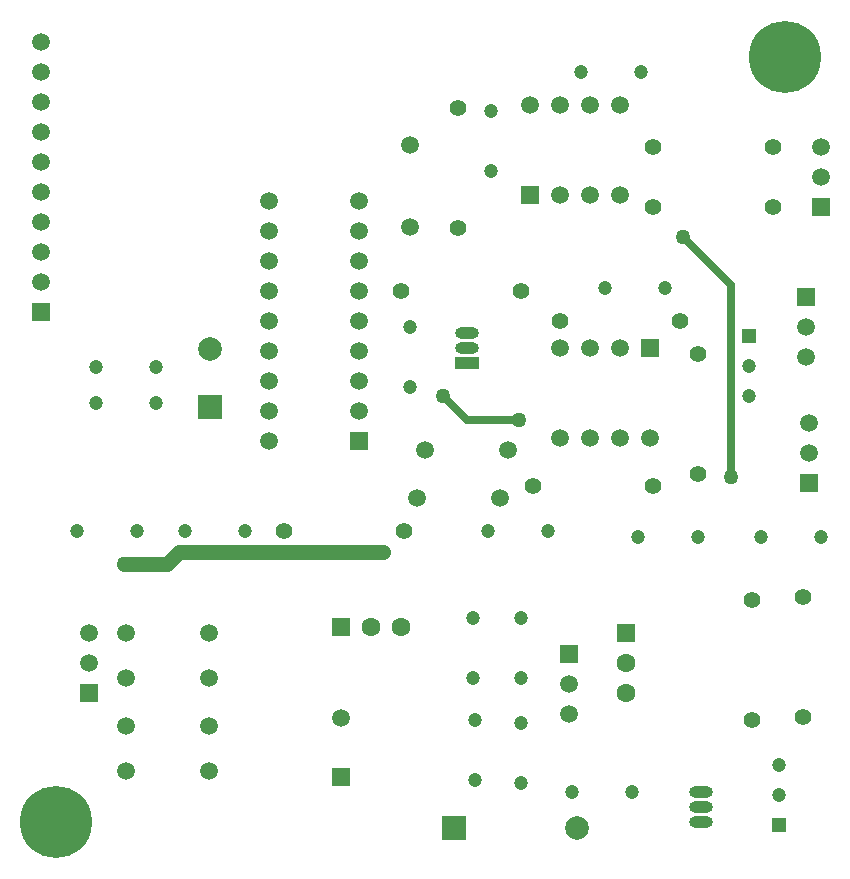
<source format=gtl>
G04*
G04 #@! TF.GenerationSoftware,Altium Limited,Altium Designer,20.0.13 (296)*
G04*
G04 Layer_Physical_Order=1*
G04 Layer_Color=255*
%FSLAX24Y24*%
%MOIN*%
G70*
G01*
G75*
%ADD34C,0.0250*%
%ADD35C,0.0500*%
%ADD36C,0.0472*%
%ADD37C,0.0551*%
%ADD38R,0.0591X0.0591*%
%ADD39C,0.0591*%
%ADD40C,0.0591*%
%ADD41R,0.0591X0.0591*%
%ADD42R,0.0787X0.0394*%
%ADD43O,0.0787X0.0394*%
%ADD44R,0.0591X0.0591*%
%ADD45C,0.0787*%
%ADD46R,0.0787X0.0787*%
%ADD47C,0.2402*%
%ADD48R,0.0472X0.0472*%
%ADD49O,0.0787X0.0394*%
%ADD50R,0.0630X0.0630*%
%ADD51C,0.0630*%
%ADD52R,0.0630X0.0630*%
%ADD53C,0.0500*%
D34*
X24000Y13000D02*
Y19400D01*
X22400Y21000D02*
X24000Y19400D01*
X14396Y15700D02*
X15203Y14893D01*
X14377Y15700D02*
X14396D01*
X15203Y14893D02*
X16929D01*
D35*
X5600Y10500D02*
X12400D01*
X5200Y10100D02*
X5600Y10500D01*
X3750Y10100D02*
X5200D01*
D36*
X16000Y23200D02*
D03*
Y25200D02*
D03*
X20900Y11000D02*
D03*
X22900D02*
D03*
X13300Y18000D02*
D03*
Y16000D02*
D03*
X17000Y4800D02*
D03*
Y2800D02*
D03*
X15441Y2900D02*
D03*
Y4900D02*
D03*
X25600Y2400D02*
D03*
Y3400D02*
D03*
X21000Y26500D02*
D03*
X19000D02*
D03*
X24600Y16700D02*
D03*
Y15700D02*
D03*
X17900Y11200D02*
D03*
X15900D02*
D03*
X7800D02*
D03*
X5800D02*
D03*
X2813Y15461D02*
D03*
X4813D02*
D03*
X2813Y16661D02*
D03*
X4813D02*
D03*
X2200Y11200D02*
D03*
X4200D02*
D03*
X18700Y2500D02*
D03*
X20700D02*
D03*
X21800Y19300D02*
D03*
X19800D02*
D03*
X25000Y11000D02*
D03*
X27000D02*
D03*
X17000Y6300D02*
D03*
Y8300D02*
D03*
X15400Y6300D02*
D03*
Y8300D02*
D03*
D37*
X21400Y24000D02*
D03*
X25400D02*
D03*
Y22000D02*
D03*
X21400D02*
D03*
X22900Y17100D02*
D03*
Y13100D02*
D03*
X17400Y12700D02*
D03*
X21400D02*
D03*
X14900Y21300D02*
D03*
Y25300D02*
D03*
X13100Y11200D02*
D03*
X9100D02*
D03*
X17000Y19200D02*
D03*
X13000D02*
D03*
X22300Y18200D02*
D03*
X18300D02*
D03*
X26400Y5000D02*
D03*
Y9000D02*
D03*
X24700Y8900D02*
D03*
Y4900D02*
D03*
D38*
X17300Y22400D02*
D03*
X21300Y17300D02*
D03*
X11000Y3016D02*
D03*
D39*
X18300Y22400D02*
D03*
X19300D02*
D03*
X20300D02*
D03*
X17300Y25400D02*
D03*
X18300D02*
D03*
X19300D02*
D03*
X20300D02*
D03*
Y17300D02*
D03*
X19300D02*
D03*
X18300D02*
D03*
X21300Y14300D02*
D03*
X20300D02*
D03*
X19300D02*
D03*
X18300D02*
D03*
X11000Y4984D02*
D03*
D40*
X13300Y21322D02*
D03*
Y24078D02*
D03*
X26600Y14800D02*
D03*
Y13800D02*
D03*
X26500Y17000D02*
D03*
Y18000D02*
D03*
X13800Y13900D02*
D03*
X16556D02*
D03*
X13522Y12300D02*
D03*
X16278D02*
D03*
X8600Y22200D02*
D03*
Y21200D02*
D03*
Y20200D02*
D03*
Y19200D02*
D03*
Y18200D02*
D03*
Y17200D02*
D03*
Y16200D02*
D03*
Y15200D02*
D03*
Y14200D02*
D03*
X11600Y22200D02*
D03*
Y21200D02*
D03*
Y20200D02*
D03*
Y19200D02*
D03*
Y18200D02*
D03*
Y17200D02*
D03*
Y16200D02*
D03*
Y15200D02*
D03*
X2600Y7800D02*
D03*
Y6800D02*
D03*
X1000Y19500D02*
D03*
Y21500D02*
D03*
Y22500D02*
D03*
Y23500D02*
D03*
Y24500D02*
D03*
Y25500D02*
D03*
Y26500D02*
D03*
Y27500D02*
D03*
Y20500D02*
D03*
X18600Y5100D02*
D03*
Y6100D02*
D03*
X3822Y6300D02*
D03*
X6578D02*
D03*
Y3200D02*
D03*
X3822D02*
D03*
X6578Y4700D02*
D03*
X3822D02*
D03*
Y7800D02*
D03*
X6578D02*
D03*
X27000Y23000D02*
D03*
Y24000D02*
D03*
D41*
X26600Y12800D02*
D03*
X26500Y19000D02*
D03*
X2600Y5800D02*
D03*
X1000Y18500D02*
D03*
X18600Y7100D02*
D03*
X27000Y22000D02*
D03*
D42*
X15200Y16800D02*
D03*
D43*
Y17300D02*
D03*
Y17800D02*
D03*
X23000Y2000D02*
D03*
Y1500D02*
D03*
D44*
X11600Y14200D02*
D03*
D45*
X6613Y17261D02*
D03*
X18859Y1300D02*
D03*
D46*
X6613Y15339D02*
D03*
X14741Y1300D02*
D03*
D47*
X25800Y27000D02*
D03*
X1500Y1500D02*
D03*
D48*
X25600Y1400D02*
D03*
X24600Y17700D02*
D03*
D49*
X23000Y2500D02*
D03*
D50*
X20500Y7800D02*
D03*
D51*
Y6800D02*
D03*
Y5800D02*
D03*
X12000Y8000D02*
D03*
X13000D02*
D03*
D52*
X11000D02*
D03*
D53*
X24000Y13000D02*
D03*
X22400Y21000D02*
D03*
X12400Y10500D02*
D03*
X14377Y15700D02*
D03*
X3750Y10100D02*
D03*
X16929Y14893D02*
D03*
M02*

</source>
